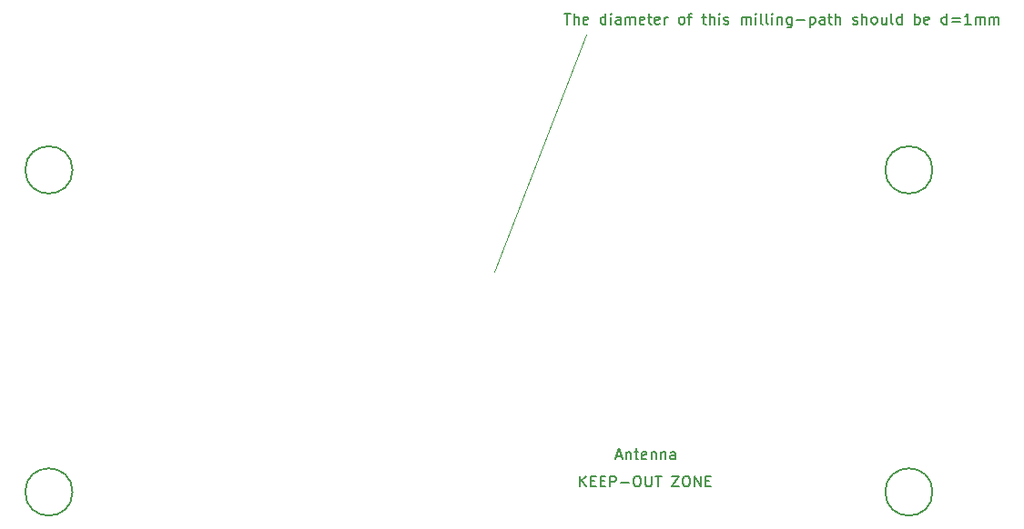
<source format=gbr>
%TF.GenerationSoftware,KiCad,Pcbnew,8.0.6*%
%TF.CreationDate,2024-10-17T21:48:29+02:00*%
%TF.ProjectId,weatherStationBoard,77656174-6865-4725-9374-6174696f6e42,rev?*%
%TF.SameCoordinates,Original*%
%TF.FileFunction,Other,Comment*%
%FSLAX46Y46*%
G04 Gerber Fmt 4.6, Leading zero omitted, Abs format (unit mm)*
G04 Created by KiCad (PCBNEW 8.0.6) date 2024-10-17 21:48:29*
%MOMM*%
%LPD*%
G01*
G04 APERTURE LIST*
%ADD10C,0.100000*%
%ADD11C,0.150000*%
G04 APERTURE END LIST*
D10*
X198450000Y-85900000D02*
X189950000Y-107950000D01*
D11*
X196443922Y-83919819D02*
X197015350Y-83919819D01*
X196729636Y-84919819D02*
X196729636Y-83919819D01*
X197348684Y-84919819D02*
X197348684Y-83919819D01*
X197777255Y-84919819D02*
X197777255Y-84396009D01*
X197777255Y-84396009D02*
X197729636Y-84300771D01*
X197729636Y-84300771D02*
X197634398Y-84253152D01*
X197634398Y-84253152D02*
X197491541Y-84253152D01*
X197491541Y-84253152D02*
X197396303Y-84300771D01*
X197396303Y-84300771D02*
X197348684Y-84348390D01*
X198634398Y-84872200D02*
X198539160Y-84919819D01*
X198539160Y-84919819D02*
X198348684Y-84919819D01*
X198348684Y-84919819D02*
X198253446Y-84872200D01*
X198253446Y-84872200D02*
X198205827Y-84776961D01*
X198205827Y-84776961D02*
X198205827Y-84396009D01*
X198205827Y-84396009D02*
X198253446Y-84300771D01*
X198253446Y-84300771D02*
X198348684Y-84253152D01*
X198348684Y-84253152D02*
X198539160Y-84253152D01*
X198539160Y-84253152D02*
X198634398Y-84300771D01*
X198634398Y-84300771D02*
X198682017Y-84396009D01*
X198682017Y-84396009D02*
X198682017Y-84491247D01*
X198682017Y-84491247D02*
X198205827Y-84586485D01*
X200301065Y-84919819D02*
X200301065Y-83919819D01*
X200301065Y-84872200D02*
X200205827Y-84919819D01*
X200205827Y-84919819D02*
X200015351Y-84919819D01*
X200015351Y-84919819D02*
X199920113Y-84872200D01*
X199920113Y-84872200D02*
X199872494Y-84824580D01*
X199872494Y-84824580D02*
X199824875Y-84729342D01*
X199824875Y-84729342D02*
X199824875Y-84443628D01*
X199824875Y-84443628D02*
X199872494Y-84348390D01*
X199872494Y-84348390D02*
X199920113Y-84300771D01*
X199920113Y-84300771D02*
X200015351Y-84253152D01*
X200015351Y-84253152D02*
X200205827Y-84253152D01*
X200205827Y-84253152D02*
X200301065Y-84300771D01*
X200777256Y-84919819D02*
X200777256Y-84253152D01*
X200777256Y-83919819D02*
X200729637Y-83967438D01*
X200729637Y-83967438D02*
X200777256Y-84015057D01*
X200777256Y-84015057D02*
X200824875Y-83967438D01*
X200824875Y-83967438D02*
X200777256Y-83919819D01*
X200777256Y-83919819D02*
X200777256Y-84015057D01*
X201682017Y-84919819D02*
X201682017Y-84396009D01*
X201682017Y-84396009D02*
X201634398Y-84300771D01*
X201634398Y-84300771D02*
X201539160Y-84253152D01*
X201539160Y-84253152D02*
X201348684Y-84253152D01*
X201348684Y-84253152D02*
X201253446Y-84300771D01*
X201682017Y-84872200D02*
X201586779Y-84919819D01*
X201586779Y-84919819D02*
X201348684Y-84919819D01*
X201348684Y-84919819D02*
X201253446Y-84872200D01*
X201253446Y-84872200D02*
X201205827Y-84776961D01*
X201205827Y-84776961D02*
X201205827Y-84681723D01*
X201205827Y-84681723D02*
X201253446Y-84586485D01*
X201253446Y-84586485D02*
X201348684Y-84538866D01*
X201348684Y-84538866D02*
X201586779Y-84538866D01*
X201586779Y-84538866D02*
X201682017Y-84491247D01*
X202158208Y-84919819D02*
X202158208Y-84253152D01*
X202158208Y-84348390D02*
X202205827Y-84300771D01*
X202205827Y-84300771D02*
X202301065Y-84253152D01*
X202301065Y-84253152D02*
X202443922Y-84253152D01*
X202443922Y-84253152D02*
X202539160Y-84300771D01*
X202539160Y-84300771D02*
X202586779Y-84396009D01*
X202586779Y-84396009D02*
X202586779Y-84919819D01*
X202586779Y-84396009D02*
X202634398Y-84300771D01*
X202634398Y-84300771D02*
X202729636Y-84253152D01*
X202729636Y-84253152D02*
X202872493Y-84253152D01*
X202872493Y-84253152D02*
X202967732Y-84300771D01*
X202967732Y-84300771D02*
X203015351Y-84396009D01*
X203015351Y-84396009D02*
X203015351Y-84919819D01*
X203872493Y-84872200D02*
X203777255Y-84919819D01*
X203777255Y-84919819D02*
X203586779Y-84919819D01*
X203586779Y-84919819D02*
X203491541Y-84872200D01*
X203491541Y-84872200D02*
X203443922Y-84776961D01*
X203443922Y-84776961D02*
X203443922Y-84396009D01*
X203443922Y-84396009D02*
X203491541Y-84300771D01*
X203491541Y-84300771D02*
X203586779Y-84253152D01*
X203586779Y-84253152D02*
X203777255Y-84253152D01*
X203777255Y-84253152D02*
X203872493Y-84300771D01*
X203872493Y-84300771D02*
X203920112Y-84396009D01*
X203920112Y-84396009D02*
X203920112Y-84491247D01*
X203920112Y-84491247D02*
X203443922Y-84586485D01*
X204205827Y-84253152D02*
X204586779Y-84253152D01*
X204348684Y-83919819D02*
X204348684Y-84776961D01*
X204348684Y-84776961D02*
X204396303Y-84872200D01*
X204396303Y-84872200D02*
X204491541Y-84919819D01*
X204491541Y-84919819D02*
X204586779Y-84919819D01*
X205301065Y-84872200D02*
X205205827Y-84919819D01*
X205205827Y-84919819D02*
X205015351Y-84919819D01*
X205015351Y-84919819D02*
X204920113Y-84872200D01*
X204920113Y-84872200D02*
X204872494Y-84776961D01*
X204872494Y-84776961D02*
X204872494Y-84396009D01*
X204872494Y-84396009D02*
X204920113Y-84300771D01*
X204920113Y-84300771D02*
X205015351Y-84253152D01*
X205015351Y-84253152D02*
X205205827Y-84253152D01*
X205205827Y-84253152D02*
X205301065Y-84300771D01*
X205301065Y-84300771D02*
X205348684Y-84396009D01*
X205348684Y-84396009D02*
X205348684Y-84491247D01*
X205348684Y-84491247D02*
X204872494Y-84586485D01*
X205777256Y-84919819D02*
X205777256Y-84253152D01*
X205777256Y-84443628D02*
X205824875Y-84348390D01*
X205824875Y-84348390D02*
X205872494Y-84300771D01*
X205872494Y-84300771D02*
X205967732Y-84253152D01*
X205967732Y-84253152D02*
X206062970Y-84253152D01*
X207301066Y-84919819D02*
X207205828Y-84872200D01*
X207205828Y-84872200D02*
X207158209Y-84824580D01*
X207158209Y-84824580D02*
X207110590Y-84729342D01*
X207110590Y-84729342D02*
X207110590Y-84443628D01*
X207110590Y-84443628D02*
X207158209Y-84348390D01*
X207158209Y-84348390D02*
X207205828Y-84300771D01*
X207205828Y-84300771D02*
X207301066Y-84253152D01*
X207301066Y-84253152D02*
X207443923Y-84253152D01*
X207443923Y-84253152D02*
X207539161Y-84300771D01*
X207539161Y-84300771D02*
X207586780Y-84348390D01*
X207586780Y-84348390D02*
X207634399Y-84443628D01*
X207634399Y-84443628D02*
X207634399Y-84729342D01*
X207634399Y-84729342D02*
X207586780Y-84824580D01*
X207586780Y-84824580D02*
X207539161Y-84872200D01*
X207539161Y-84872200D02*
X207443923Y-84919819D01*
X207443923Y-84919819D02*
X207301066Y-84919819D01*
X207920114Y-84253152D02*
X208301066Y-84253152D01*
X208062971Y-84919819D02*
X208062971Y-84062676D01*
X208062971Y-84062676D02*
X208110590Y-83967438D01*
X208110590Y-83967438D02*
X208205828Y-83919819D01*
X208205828Y-83919819D02*
X208301066Y-83919819D01*
X209253448Y-84253152D02*
X209634400Y-84253152D01*
X209396305Y-83919819D02*
X209396305Y-84776961D01*
X209396305Y-84776961D02*
X209443924Y-84872200D01*
X209443924Y-84872200D02*
X209539162Y-84919819D01*
X209539162Y-84919819D02*
X209634400Y-84919819D01*
X209967734Y-84919819D02*
X209967734Y-83919819D01*
X210396305Y-84919819D02*
X210396305Y-84396009D01*
X210396305Y-84396009D02*
X210348686Y-84300771D01*
X210348686Y-84300771D02*
X210253448Y-84253152D01*
X210253448Y-84253152D02*
X210110591Y-84253152D01*
X210110591Y-84253152D02*
X210015353Y-84300771D01*
X210015353Y-84300771D02*
X209967734Y-84348390D01*
X210872496Y-84919819D02*
X210872496Y-84253152D01*
X210872496Y-83919819D02*
X210824877Y-83967438D01*
X210824877Y-83967438D02*
X210872496Y-84015057D01*
X210872496Y-84015057D02*
X210920115Y-83967438D01*
X210920115Y-83967438D02*
X210872496Y-83919819D01*
X210872496Y-83919819D02*
X210872496Y-84015057D01*
X211301067Y-84872200D02*
X211396305Y-84919819D01*
X211396305Y-84919819D02*
X211586781Y-84919819D01*
X211586781Y-84919819D02*
X211682019Y-84872200D01*
X211682019Y-84872200D02*
X211729638Y-84776961D01*
X211729638Y-84776961D02*
X211729638Y-84729342D01*
X211729638Y-84729342D02*
X211682019Y-84634104D01*
X211682019Y-84634104D02*
X211586781Y-84586485D01*
X211586781Y-84586485D02*
X211443924Y-84586485D01*
X211443924Y-84586485D02*
X211348686Y-84538866D01*
X211348686Y-84538866D02*
X211301067Y-84443628D01*
X211301067Y-84443628D02*
X211301067Y-84396009D01*
X211301067Y-84396009D02*
X211348686Y-84300771D01*
X211348686Y-84300771D02*
X211443924Y-84253152D01*
X211443924Y-84253152D02*
X211586781Y-84253152D01*
X211586781Y-84253152D02*
X211682019Y-84300771D01*
X212920115Y-84919819D02*
X212920115Y-84253152D01*
X212920115Y-84348390D02*
X212967734Y-84300771D01*
X212967734Y-84300771D02*
X213062972Y-84253152D01*
X213062972Y-84253152D02*
X213205829Y-84253152D01*
X213205829Y-84253152D02*
X213301067Y-84300771D01*
X213301067Y-84300771D02*
X213348686Y-84396009D01*
X213348686Y-84396009D02*
X213348686Y-84919819D01*
X213348686Y-84396009D02*
X213396305Y-84300771D01*
X213396305Y-84300771D02*
X213491543Y-84253152D01*
X213491543Y-84253152D02*
X213634400Y-84253152D01*
X213634400Y-84253152D02*
X213729639Y-84300771D01*
X213729639Y-84300771D02*
X213777258Y-84396009D01*
X213777258Y-84396009D02*
X213777258Y-84919819D01*
X214253448Y-84919819D02*
X214253448Y-84253152D01*
X214253448Y-83919819D02*
X214205829Y-83967438D01*
X214205829Y-83967438D02*
X214253448Y-84015057D01*
X214253448Y-84015057D02*
X214301067Y-83967438D01*
X214301067Y-83967438D02*
X214253448Y-83919819D01*
X214253448Y-83919819D02*
X214253448Y-84015057D01*
X214872495Y-84919819D02*
X214777257Y-84872200D01*
X214777257Y-84872200D02*
X214729638Y-84776961D01*
X214729638Y-84776961D02*
X214729638Y-83919819D01*
X215396305Y-84919819D02*
X215301067Y-84872200D01*
X215301067Y-84872200D02*
X215253448Y-84776961D01*
X215253448Y-84776961D02*
X215253448Y-83919819D01*
X215777258Y-84919819D02*
X215777258Y-84253152D01*
X215777258Y-83919819D02*
X215729639Y-83967438D01*
X215729639Y-83967438D02*
X215777258Y-84015057D01*
X215777258Y-84015057D02*
X215824877Y-83967438D01*
X215824877Y-83967438D02*
X215777258Y-83919819D01*
X215777258Y-83919819D02*
X215777258Y-84015057D01*
X216253448Y-84253152D02*
X216253448Y-84919819D01*
X216253448Y-84348390D02*
X216301067Y-84300771D01*
X216301067Y-84300771D02*
X216396305Y-84253152D01*
X216396305Y-84253152D02*
X216539162Y-84253152D01*
X216539162Y-84253152D02*
X216634400Y-84300771D01*
X216634400Y-84300771D02*
X216682019Y-84396009D01*
X216682019Y-84396009D02*
X216682019Y-84919819D01*
X217586781Y-84253152D02*
X217586781Y-85062676D01*
X217586781Y-85062676D02*
X217539162Y-85157914D01*
X217539162Y-85157914D02*
X217491543Y-85205533D01*
X217491543Y-85205533D02*
X217396305Y-85253152D01*
X217396305Y-85253152D02*
X217253448Y-85253152D01*
X217253448Y-85253152D02*
X217158210Y-85205533D01*
X217586781Y-84872200D02*
X217491543Y-84919819D01*
X217491543Y-84919819D02*
X217301067Y-84919819D01*
X217301067Y-84919819D02*
X217205829Y-84872200D01*
X217205829Y-84872200D02*
X217158210Y-84824580D01*
X217158210Y-84824580D02*
X217110591Y-84729342D01*
X217110591Y-84729342D02*
X217110591Y-84443628D01*
X217110591Y-84443628D02*
X217158210Y-84348390D01*
X217158210Y-84348390D02*
X217205829Y-84300771D01*
X217205829Y-84300771D02*
X217301067Y-84253152D01*
X217301067Y-84253152D02*
X217491543Y-84253152D01*
X217491543Y-84253152D02*
X217586781Y-84300771D01*
X218062972Y-84538866D02*
X218824877Y-84538866D01*
X219301067Y-84253152D02*
X219301067Y-85253152D01*
X219301067Y-84300771D02*
X219396305Y-84253152D01*
X219396305Y-84253152D02*
X219586781Y-84253152D01*
X219586781Y-84253152D02*
X219682019Y-84300771D01*
X219682019Y-84300771D02*
X219729638Y-84348390D01*
X219729638Y-84348390D02*
X219777257Y-84443628D01*
X219777257Y-84443628D02*
X219777257Y-84729342D01*
X219777257Y-84729342D02*
X219729638Y-84824580D01*
X219729638Y-84824580D02*
X219682019Y-84872200D01*
X219682019Y-84872200D02*
X219586781Y-84919819D01*
X219586781Y-84919819D02*
X219396305Y-84919819D01*
X219396305Y-84919819D02*
X219301067Y-84872200D01*
X220634400Y-84919819D02*
X220634400Y-84396009D01*
X220634400Y-84396009D02*
X220586781Y-84300771D01*
X220586781Y-84300771D02*
X220491543Y-84253152D01*
X220491543Y-84253152D02*
X220301067Y-84253152D01*
X220301067Y-84253152D02*
X220205829Y-84300771D01*
X220634400Y-84872200D02*
X220539162Y-84919819D01*
X220539162Y-84919819D02*
X220301067Y-84919819D01*
X220301067Y-84919819D02*
X220205829Y-84872200D01*
X220205829Y-84872200D02*
X220158210Y-84776961D01*
X220158210Y-84776961D02*
X220158210Y-84681723D01*
X220158210Y-84681723D02*
X220205829Y-84586485D01*
X220205829Y-84586485D02*
X220301067Y-84538866D01*
X220301067Y-84538866D02*
X220539162Y-84538866D01*
X220539162Y-84538866D02*
X220634400Y-84491247D01*
X220967734Y-84253152D02*
X221348686Y-84253152D01*
X221110591Y-83919819D02*
X221110591Y-84776961D01*
X221110591Y-84776961D02*
X221158210Y-84872200D01*
X221158210Y-84872200D02*
X221253448Y-84919819D01*
X221253448Y-84919819D02*
X221348686Y-84919819D01*
X221682020Y-84919819D02*
X221682020Y-83919819D01*
X222110591Y-84919819D02*
X222110591Y-84396009D01*
X222110591Y-84396009D02*
X222062972Y-84300771D01*
X222062972Y-84300771D02*
X221967734Y-84253152D01*
X221967734Y-84253152D02*
X221824877Y-84253152D01*
X221824877Y-84253152D02*
X221729639Y-84300771D01*
X221729639Y-84300771D02*
X221682020Y-84348390D01*
X223301068Y-84872200D02*
X223396306Y-84919819D01*
X223396306Y-84919819D02*
X223586782Y-84919819D01*
X223586782Y-84919819D02*
X223682020Y-84872200D01*
X223682020Y-84872200D02*
X223729639Y-84776961D01*
X223729639Y-84776961D02*
X223729639Y-84729342D01*
X223729639Y-84729342D02*
X223682020Y-84634104D01*
X223682020Y-84634104D02*
X223586782Y-84586485D01*
X223586782Y-84586485D02*
X223443925Y-84586485D01*
X223443925Y-84586485D02*
X223348687Y-84538866D01*
X223348687Y-84538866D02*
X223301068Y-84443628D01*
X223301068Y-84443628D02*
X223301068Y-84396009D01*
X223301068Y-84396009D02*
X223348687Y-84300771D01*
X223348687Y-84300771D02*
X223443925Y-84253152D01*
X223443925Y-84253152D02*
X223586782Y-84253152D01*
X223586782Y-84253152D02*
X223682020Y-84300771D01*
X224158211Y-84919819D02*
X224158211Y-83919819D01*
X224586782Y-84919819D02*
X224586782Y-84396009D01*
X224586782Y-84396009D02*
X224539163Y-84300771D01*
X224539163Y-84300771D02*
X224443925Y-84253152D01*
X224443925Y-84253152D02*
X224301068Y-84253152D01*
X224301068Y-84253152D02*
X224205830Y-84300771D01*
X224205830Y-84300771D02*
X224158211Y-84348390D01*
X225205830Y-84919819D02*
X225110592Y-84872200D01*
X225110592Y-84872200D02*
X225062973Y-84824580D01*
X225062973Y-84824580D02*
X225015354Y-84729342D01*
X225015354Y-84729342D02*
X225015354Y-84443628D01*
X225015354Y-84443628D02*
X225062973Y-84348390D01*
X225062973Y-84348390D02*
X225110592Y-84300771D01*
X225110592Y-84300771D02*
X225205830Y-84253152D01*
X225205830Y-84253152D02*
X225348687Y-84253152D01*
X225348687Y-84253152D02*
X225443925Y-84300771D01*
X225443925Y-84300771D02*
X225491544Y-84348390D01*
X225491544Y-84348390D02*
X225539163Y-84443628D01*
X225539163Y-84443628D02*
X225539163Y-84729342D01*
X225539163Y-84729342D02*
X225491544Y-84824580D01*
X225491544Y-84824580D02*
X225443925Y-84872200D01*
X225443925Y-84872200D02*
X225348687Y-84919819D01*
X225348687Y-84919819D02*
X225205830Y-84919819D01*
X226396306Y-84253152D02*
X226396306Y-84919819D01*
X225967735Y-84253152D02*
X225967735Y-84776961D01*
X225967735Y-84776961D02*
X226015354Y-84872200D01*
X226015354Y-84872200D02*
X226110592Y-84919819D01*
X226110592Y-84919819D02*
X226253449Y-84919819D01*
X226253449Y-84919819D02*
X226348687Y-84872200D01*
X226348687Y-84872200D02*
X226396306Y-84824580D01*
X227015354Y-84919819D02*
X226920116Y-84872200D01*
X226920116Y-84872200D02*
X226872497Y-84776961D01*
X226872497Y-84776961D02*
X226872497Y-83919819D01*
X227824878Y-84919819D02*
X227824878Y-83919819D01*
X227824878Y-84872200D02*
X227729640Y-84919819D01*
X227729640Y-84919819D02*
X227539164Y-84919819D01*
X227539164Y-84919819D02*
X227443926Y-84872200D01*
X227443926Y-84872200D02*
X227396307Y-84824580D01*
X227396307Y-84824580D02*
X227348688Y-84729342D01*
X227348688Y-84729342D02*
X227348688Y-84443628D01*
X227348688Y-84443628D02*
X227396307Y-84348390D01*
X227396307Y-84348390D02*
X227443926Y-84300771D01*
X227443926Y-84300771D02*
X227539164Y-84253152D01*
X227539164Y-84253152D02*
X227729640Y-84253152D01*
X227729640Y-84253152D02*
X227824878Y-84300771D01*
X229062974Y-84919819D02*
X229062974Y-83919819D01*
X229062974Y-84300771D02*
X229158212Y-84253152D01*
X229158212Y-84253152D02*
X229348688Y-84253152D01*
X229348688Y-84253152D02*
X229443926Y-84300771D01*
X229443926Y-84300771D02*
X229491545Y-84348390D01*
X229491545Y-84348390D02*
X229539164Y-84443628D01*
X229539164Y-84443628D02*
X229539164Y-84729342D01*
X229539164Y-84729342D02*
X229491545Y-84824580D01*
X229491545Y-84824580D02*
X229443926Y-84872200D01*
X229443926Y-84872200D02*
X229348688Y-84919819D01*
X229348688Y-84919819D02*
X229158212Y-84919819D01*
X229158212Y-84919819D02*
X229062974Y-84872200D01*
X230348688Y-84872200D02*
X230253450Y-84919819D01*
X230253450Y-84919819D02*
X230062974Y-84919819D01*
X230062974Y-84919819D02*
X229967736Y-84872200D01*
X229967736Y-84872200D02*
X229920117Y-84776961D01*
X229920117Y-84776961D02*
X229920117Y-84396009D01*
X229920117Y-84396009D02*
X229967736Y-84300771D01*
X229967736Y-84300771D02*
X230062974Y-84253152D01*
X230062974Y-84253152D02*
X230253450Y-84253152D01*
X230253450Y-84253152D02*
X230348688Y-84300771D01*
X230348688Y-84300771D02*
X230396307Y-84396009D01*
X230396307Y-84396009D02*
X230396307Y-84491247D01*
X230396307Y-84491247D02*
X229920117Y-84586485D01*
X232015355Y-84919819D02*
X232015355Y-83919819D01*
X232015355Y-84872200D02*
X231920117Y-84919819D01*
X231920117Y-84919819D02*
X231729641Y-84919819D01*
X231729641Y-84919819D02*
X231634403Y-84872200D01*
X231634403Y-84872200D02*
X231586784Y-84824580D01*
X231586784Y-84824580D02*
X231539165Y-84729342D01*
X231539165Y-84729342D02*
X231539165Y-84443628D01*
X231539165Y-84443628D02*
X231586784Y-84348390D01*
X231586784Y-84348390D02*
X231634403Y-84300771D01*
X231634403Y-84300771D02*
X231729641Y-84253152D01*
X231729641Y-84253152D02*
X231920117Y-84253152D01*
X231920117Y-84253152D02*
X232015355Y-84300771D01*
X232491546Y-84396009D02*
X233253451Y-84396009D01*
X233253451Y-84681723D02*
X232491546Y-84681723D01*
X234253450Y-84919819D02*
X233682022Y-84919819D01*
X233967736Y-84919819D02*
X233967736Y-83919819D01*
X233967736Y-83919819D02*
X233872498Y-84062676D01*
X233872498Y-84062676D02*
X233777260Y-84157914D01*
X233777260Y-84157914D02*
X233682022Y-84205533D01*
X234682022Y-84919819D02*
X234682022Y-84253152D01*
X234682022Y-84348390D02*
X234729641Y-84300771D01*
X234729641Y-84300771D02*
X234824879Y-84253152D01*
X234824879Y-84253152D02*
X234967736Y-84253152D01*
X234967736Y-84253152D02*
X235062974Y-84300771D01*
X235062974Y-84300771D02*
X235110593Y-84396009D01*
X235110593Y-84396009D02*
X235110593Y-84919819D01*
X235110593Y-84396009D02*
X235158212Y-84300771D01*
X235158212Y-84300771D02*
X235253450Y-84253152D01*
X235253450Y-84253152D02*
X235396307Y-84253152D01*
X235396307Y-84253152D02*
X235491546Y-84300771D01*
X235491546Y-84300771D02*
X235539165Y-84396009D01*
X235539165Y-84396009D02*
X235539165Y-84919819D01*
X236015355Y-84919819D02*
X236015355Y-84253152D01*
X236015355Y-84348390D02*
X236062974Y-84300771D01*
X236062974Y-84300771D02*
X236158212Y-84253152D01*
X236158212Y-84253152D02*
X236301069Y-84253152D01*
X236301069Y-84253152D02*
X236396307Y-84300771D01*
X236396307Y-84300771D02*
X236443926Y-84396009D01*
X236443926Y-84396009D02*
X236443926Y-84919819D01*
X236443926Y-84396009D02*
X236491545Y-84300771D01*
X236491545Y-84300771D02*
X236586783Y-84253152D01*
X236586783Y-84253152D02*
X236729640Y-84253152D01*
X236729640Y-84253152D02*
X236824879Y-84300771D01*
X236824879Y-84300771D02*
X236872498Y-84396009D01*
X236872498Y-84396009D02*
X236872498Y-84919819D01*
X201298095Y-125169104D02*
X201774285Y-125169104D01*
X201202857Y-125454819D02*
X201536190Y-124454819D01*
X201536190Y-124454819D02*
X201869523Y-125454819D01*
X202202857Y-124788152D02*
X202202857Y-125454819D01*
X202202857Y-124883390D02*
X202250476Y-124835771D01*
X202250476Y-124835771D02*
X202345714Y-124788152D01*
X202345714Y-124788152D02*
X202488571Y-124788152D01*
X202488571Y-124788152D02*
X202583809Y-124835771D01*
X202583809Y-124835771D02*
X202631428Y-124931009D01*
X202631428Y-124931009D02*
X202631428Y-125454819D01*
X202964762Y-124788152D02*
X203345714Y-124788152D01*
X203107619Y-124454819D02*
X203107619Y-125311961D01*
X203107619Y-125311961D02*
X203155238Y-125407200D01*
X203155238Y-125407200D02*
X203250476Y-125454819D01*
X203250476Y-125454819D02*
X203345714Y-125454819D01*
X204060000Y-125407200D02*
X203964762Y-125454819D01*
X203964762Y-125454819D02*
X203774286Y-125454819D01*
X203774286Y-125454819D02*
X203679048Y-125407200D01*
X203679048Y-125407200D02*
X203631429Y-125311961D01*
X203631429Y-125311961D02*
X203631429Y-124931009D01*
X203631429Y-124931009D02*
X203679048Y-124835771D01*
X203679048Y-124835771D02*
X203774286Y-124788152D01*
X203774286Y-124788152D02*
X203964762Y-124788152D01*
X203964762Y-124788152D02*
X204060000Y-124835771D01*
X204060000Y-124835771D02*
X204107619Y-124931009D01*
X204107619Y-124931009D02*
X204107619Y-125026247D01*
X204107619Y-125026247D02*
X203631429Y-125121485D01*
X204536191Y-124788152D02*
X204536191Y-125454819D01*
X204536191Y-124883390D02*
X204583810Y-124835771D01*
X204583810Y-124835771D02*
X204679048Y-124788152D01*
X204679048Y-124788152D02*
X204821905Y-124788152D01*
X204821905Y-124788152D02*
X204917143Y-124835771D01*
X204917143Y-124835771D02*
X204964762Y-124931009D01*
X204964762Y-124931009D02*
X204964762Y-125454819D01*
X205440953Y-124788152D02*
X205440953Y-125454819D01*
X205440953Y-124883390D02*
X205488572Y-124835771D01*
X205488572Y-124835771D02*
X205583810Y-124788152D01*
X205583810Y-124788152D02*
X205726667Y-124788152D01*
X205726667Y-124788152D02*
X205821905Y-124835771D01*
X205821905Y-124835771D02*
X205869524Y-124931009D01*
X205869524Y-124931009D02*
X205869524Y-125454819D01*
X206774286Y-125454819D02*
X206774286Y-124931009D01*
X206774286Y-124931009D02*
X206726667Y-124835771D01*
X206726667Y-124835771D02*
X206631429Y-124788152D01*
X206631429Y-124788152D02*
X206440953Y-124788152D01*
X206440953Y-124788152D02*
X206345715Y-124835771D01*
X206774286Y-125407200D02*
X206679048Y-125454819D01*
X206679048Y-125454819D02*
X206440953Y-125454819D01*
X206440953Y-125454819D02*
X206345715Y-125407200D01*
X206345715Y-125407200D02*
X206298096Y-125311961D01*
X206298096Y-125311961D02*
X206298096Y-125216723D01*
X206298096Y-125216723D02*
X206345715Y-125121485D01*
X206345715Y-125121485D02*
X206440953Y-125073866D01*
X206440953Y-125073866D02*
X206679048Y-125073866D01*
X206679048Y-125073866D02*
X206774286Y-125026247D01*
X197898571Y-128004819D02*
X197898571Y-127004819D01*
X198469999Y-128004819D02*
X198041428Y-127433390D01*
X198469999Y-127004819D02*
X197898571Y-127576247D01*
X198898571Y-127481009D02*
X199231904Y-127481009D01*
X199374761Y-128004819D02*
X198898571Y-128004819D01*
X198898571Y-128004819D02*
X198898571Y-127004819D01*
X198898571Y-127004819D02*
X199374761Y-127004819D01*
X199803333Y-127481009D02*
X200136666Y-127481009D01*
X200279523Y-128004819D02*
X199803333Y-128004819D01*
X199803333Y-128004819D02*
X199803333Y-127004819D01*
X199803333Y-127004819D02*
X200279523Y-127004819D01*
X200708095Y-128004819D02*
X200708095Y-127004819D01*
X200708095Y-127004819D02*
X201089047Y-127004819D01*
X201089047Y-127004819D02*
X201184285Y-127052438D01*
X201184285Y-127052438D02*
X201231904Y-127100057D01*
X201231904Y-127100057D02*
X201279523Y-127195295D01*
X201279523Y-127195295D02*
X201279523Y-127338152D01*
X201279523Y-127338152D02*
X201231904Y-127433390D01*
X201231904Y-127433390D02*
X201184285Y-127481009D01*
X201184285Y-127481009D02*
X201089047Y-127528628D01*
X201089047Y-127528628D02*
X200708095Y-127528628D01*
X201708095Y-127623866D02*
X202470000Y-127623866D01*
X203136666Y-127004819D02*
X203327142Y-127004819D01*
X203327142Y-127004819D02*
X203422380Y-127052438D01*
X203422380Y-127052438D02*
X203517618Y-127147676D01*
X203517618Y-127147676D02*
X203565237Y-127338152D01*
X203565237Y-127338152D02*
X203565237Y-127671485D01*
X203565237Y-127671485D02*
X203517618Y-127861961D01*
X203517618Y-127861961D02*
X203422380Y-127957200D01*
X203422380Y-127957200D02*
X203327142Y-128004819D01*
X203327142Y-128004819D02*
X203136666Y-128004819D01*
X203136666Y-128004819D02*
X203041428Y-127957200D01*
X203041428Y-127957200D02*
X202946190Y-127861961D01*
X202946190Y-127861961D02*
X202898571Y-127671485D01*
X202898571Y-127671485D02*
X202898571Y-127338152D01*
X202898571Y-127338152D02*
X202946190Y-127147676D01*
X202946190Y-127147676D02*
X203041428Y-127052438D01*
X203041428Y-127052438D02*
X203136666Y-127004819D01*
X203993809Y-127004819D02*
X203993809Y-127814342D01*
X203993809Y-127814342D02*
X204041428Y-127909580D01*
X204041428Y-127909580D02*
X204089047Y-127957200D01*
X204089047Y-127957200D02*
X204184285Y-128004819D01*
X204184285Y-128004819D02*
X204374761Y-128004819D01*
X204374761Y-128004819D02*
X204469999Y-127957200D01*
X204469999Y-127957200D02*
X204517618Y-127909580D01*
X204517618Y-127909580D02*
X204565237Y-127814342D01*
X204565237Y-127814342D02*
X204565237Y-127004819D01*
X204898571Y-127004819D02*
X205469999Y-127004819D01*
X205184285Y-128004819D02*
X205184285Y-127004819D01*
X206470000Y-127004819D02*
X207136666Y-127004819D01*
X207136666Y-127004819D02*
X206470000Y-128004819D01*
X206470000Y-128004819D02*
X207136666Y-128004819D01*
X207708095Y-127004819D02*
X207898571Y-127004819D01*
X207898571Y-127004819D02*
X207993809Y-127052438D01*
X207993809Y-127052438D02*
X208089047Y-127147676D01*
X208089047Y-127147676D02*
X208136666Y-127338152D01*
X208136666Y-127338152D02*
X208136666Y-127671485D01*
X208136666Y-127671485D02*
X208089047Y-127861961D01*
X208089047Y-127861961D02*
X207993809Y-127957200D01*
X207993809Y-127957200D02*
X207898571Y-128004819D01*
X207898571Y-128004819D02*
X207708095Y-128004819D01*
X207708095Y-128004819D02*
X207612857Y-127957200D01*
X207612857Y-127957200D02*
X207517619Y-127861961D01*
X207517619Y-127861961D02*
X207470000Y-127671485D01*
X207470000Y-127671485D02*
X207470000Y-127338152D01*
X207470000Y-127338152D02*
X207517619Y-127147676D01*
X207517619Y-127147676D02*
X207612857Y-127052438D01*
X207612857Y-127052438D02*
X207708095Y-127004819D01*
X208565238Y-128004819D02*
X208565238Y-127004819D01*
X208565238Y-127004819D02*
X209136666Y-128004819D01*
X209136666Y-128004819D02*
X209136666Y-127004819D01*
X209612857Y-127481009D02*
X209946190Y-127481009D01*
X210089047Y-128004819D02*
X209612857Y-128004819D01*
X209612857Y-128004819D02*
X209612857Y-127004819D01*
X209612857Y-127004819D02*
X210089047Y-127004819D01*
%TO.C,H2*%
X230700000Y-98500000D02*
G75*
G02*
X226300000Y-98500000I-2200000J0D01*
G01*
X226300000Y-98500000D02*
G75*
G02*
X230700000Y-98500000I2200000J0D01*
G01*
%TO.C,H3*%
X150700000Y-128500000D02*
G75*
G02*
X146300000Y-128500000I-2200000J0D01*
G01*
X146300000Y-128500000D02*
G75*
G02*
X150700000Y-128500000I2200000J0D01*
G01*
%TO.C,H4*%
X230700000Y-128500000D02*
G75*
G02*
X226300000Y-128500000I-2200000J0D01*
G01*
X226300000Y-128500000D02*
G75*
G02*
X230700000Y-128500000I2200000J0D01*
G01*
%TO.C,H1*%
X150700000Y-98500000D02*
G75*
G02*
X146300000Y-98500000I-2200000J0D01*
G01*
X146300000Y-98500000D02*
G75*
G02*
X150700000Y-98500000I2200000J0D01*
G01*
%TD*%
M02*

</source>
